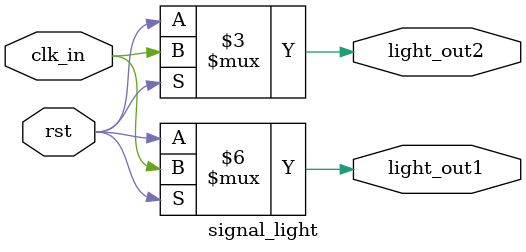
<source format=v>
module signal_light(clk_in,rst,light_out1,light_out2);

input clk_in,rst;
output reg light_out1, light_out2;

always@(clk_in)
begin
   if(rst)
      begin
      light_out1 <= clk_in;
		light_out2 <= clk_in;
      end
   else
      begin
      light_out1 <= rst;
		light_out2 <= rst;
      end
end

endmodule
</source>
